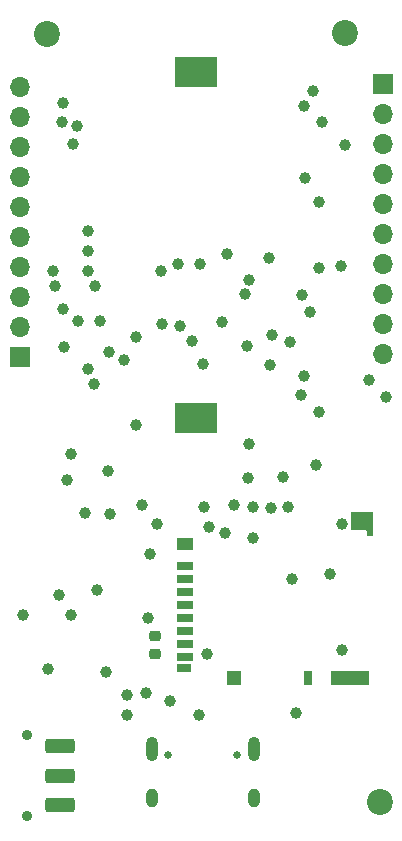
<source format=gbr>
%TF.GenerationSoftware,KiCad,Pcbnew,8.0.5-1.fc40*%
%TF.CreationDate,2024-10-05T09:08:48-05:00*%
%TF.ProjectId,PCB_ESP32,5043425f-4553-4503-9332-2e6b69636164,rev?*%
%TF.SameCoordinates,Original*%
%TF.FileFunction,Soldermask,Bot*%
%TF.FilePolarity,Negative*%
%FSLAX46Y46*%
G04 Gerber Fmt 4.6, Leading zero omitted, Abs format (unit mm)*
G04 Created by KiCad (PCBNEW 8.0.5-1.fc40) date 2024-10-05 09:08:48*
%MOMM*%
%LPD*%
G01*
G04 APERTURE LIST*
G04 Aperture macros list*
%AMRoundRect*
0 Rectangle with rounded corners*
0 $1 Rounding radius*
0 $2 $3 $4 $5 $6 $7 $8 $9 X,Y pos of 4 corners*
0 Add a 4 corners polygon primitive as box body*
4,1,4,$2,$3,$4,$5,$6,$7,$8,$9,$2,$3,0*
0 Add four circle primitives for the rounded corners*
1,1,$1+$1,$2,$3*
1,1,$1+$1,$4,$5*
1,1,$1+$1,$6,$7*
1,1,$1+$1,$8,$9*
0 Add four rect primitives between the rounded corners*
20,1,$1+$1,$2,$3,$4,$5,0*
20,1,$1+$1,$4,$5,$6,$7,0*
20,1,$1+$1,$6,$7,$8,$9,0*
20,1,$1+$1,$8,$9,$2,$3,0*%
%AMRotRect*
0 Rectangle, with rotation*
0 The origin of the aperture is its center*
0 $1 length*
0 $2 width*
0 $3 Rotation angle, in degrees counterclockwise*
0 Add horizontal line*
21,1,$1,$2,0,0,$3*%
G04 Aperture macros list end*
%ADD10C,2.200000*%
%ADD11C,0.650000*%
%ADD12O,1.000000X2.100000*%
%ADD13O,1.000000X1.600000*%
%ADD14R,1.700000X1.700000*%
%ADD15O,1.700000X1.700000*%
%ADD16RoundRect,0.225000X0.250000X-0.225000X0.250000X0.225000X-0.250000X0.225000X-0.250000X-0.225000X0*%
%ADD17C,0.900000*%
%ADD18RoundRect,0.250000X1.000000X-0.375000X1.000000X0.375000X-1.000000X0.375000X-1.000000X-0.375000X0*%
%ADD19R,1.900000X1.500000*%
%ADD20RotRect,0.200000X0.200000X225.000000*%
%ADD21R,0.500000X0.500000*%
%ADD22R,1.400000X1.000000*%
%ADD23R,3.200000X1.200000*%
%ADD24R,0.800000X1.200000*%
%ADD25R,1.200000X1.200000*%
%ADD26R,1.400000X0.700000*%
%ADD27R,1.200000X0.700000*%
%ADD28R,3.600000X2.600000*%
%ADD29C,1.000000*%
G04 APERTURE END LIST*
D10*
%TO.C,REF\u002A\u002A*%
X167790000Y-136870000D03*
%TD*%
%TO.C,REF\u002A\u002A*%
X164800000Y-71800000D03*
%TD*%
%TO.C,REF\u002A\u002A*%
X139600000Y-71900000D03*
%TD*%
D11*
%TO.C,J2*%
X149890000Y-132895000D03*
X155670000Y-132895000D03*
D12*
X148460000Y-132395000D03*
D13*
X148460000Y-136575000D03*
D12*
X157100000Y-132395000D03*
D13*
X157100000Y-136575000D03*
%TD*%
D14*
%TO.C,J3*%
X168030000Y-76105000D03*
D15*
X168030000Y-78645000D03*
X168030000Y-81185000D03*
X168030000Y-83725000D03*
X168030000Y-86265000D03*
X168030000Y-88805000D03*
X168030000Y-91345000D03*
X168030000Y-93885000D03*
X168030000Y-96425000D03*
X168030000Y-98965000D03*
%TD*%
D16*
%TO.C,C8*%
X148780000Y-124395000D03*
X148780000Y-122845000D03*
%TD*%
D17*
%TO.C,SW1*%
X137930000Y-138040000D03*
X137930000Y-131240000D03*
D18*
X140680000Y-137140000D03*
X140680000Y-134640000D03*
X140680000Y-132140000D03*
%TD*%
D19*
%TO.C,J1*%
X166280000Y-113120000D03*
D20*
X166730000Y-113870000D03*
D21*
X166980000Y-114120000D03*
D22*
X151280000Y-115020000D03*
D23*
X165280000Y-126420000D03*
D24*
X161680000Y-126420000D03*
D25*
X155480000Y-126420000D03*
D26*
X151280000Y-116920000D03*
X151280000Y-118020000D03*
X151280000Y-119120000D03*
X151280000Y-120220000D03*
X151280000Y-121320000D03*
X151280000Y-122420000D03*
X151280000Y-123520000D03*
X151280000Y-124620000D03*
D27*
X151180000Y-125570000D03*
%TD*%
D28*
%TO.C,BT1*%
X152200000Y-104400000D03*
X152200000Y-75100000D03*
%TD*%
D14*
%TO.C,J4*%
X137290000Y-99215000D03*
D15*
X137290000Y-96675000D03*
X137290000Y-94135000D03*
X137290000Y-91595000D03*
X137290000Y-89055000D03*
X137290000Y-86515000D03*
X137290000Y-83975000D03*
X137290000Y-81435000D03*
X137290000Y-78895000D03*
X137290000Y-76355000D03*
%TD*%
D29*
X156645000Y-109445000D03*
X157080000Y-111920000D03*
X152925000Y-111875000D03*
X148000000Y-127690000D03*
X147120000Y-97490000D03*
X150900000Y-96610000D03*
X160170000Y-97960000D03*
X148930000Y-113360000D03*
X144930000Y-112470000D03*
X162410000Y-108340000D03*
X143880000Y-118945000D03*
X160680000Y-129380000D03*
X142810000Y-112440000D03*
X156680000Y-92650000D03*
X149300000Y-91900000D03*
X144585000Y-125835000D03*
X154460000Y-96210000D03*
X141060000Y-98350000D03*
X158530000Y-99880000D03*
X156510000Y-98280000D03*
X144120000Y-96130000D03*
X140940000Y-77700000D03*
X142200000Y-96140000D03*
X147110000Y-104990000D03*
X153350000Y-113570000D03*
X148330000Y-115920000D03*
X160320000Y-118040000D03*
X161220000Y-93930000D03*
X161360000Y-100780000D03*
X155450000Y-111710000D03*
X157040000Y-114530000D03*
X164580000Y-113320000D03*
X162100000Y-76700000D03*
X164860000Y-81220000D03*
X168270000Y-102590000D03*
X166830000Y-101180000D03*
X137550000Y-121030000D03*
X140920000Y-95170000D03*
X143120000Y-100210000D03*
X161460000Y-84080000D03*
X156400000Y-93880000D03*
X149330000Y-96430000D03*
X151850000Y-97840000D03*
X158660000Y-97310000D03*
X141620000Y-121040000D03*
X146120000Y-99480000D03*
X144760000Y-108870000D03*
X147680000Y-111770000D03*
X148180000Y-121320000D03*
X143550000Y-101530000D03*
X141290000Y-109620000D03*
X141630000Y-107380000D03*
X164460000Y-91480000D03*
X161340000Y-77980000D03*
X154820000Y-90520000D03*
X162600000Y-91640000D03*
X158400000Y-90830000D03*
X162890000Y-79310000D03*
X143110000Y-91920000D03*
X152460000Y-129480000D03*
X140090000Y-91900000D03*
X139690000Y-125600000D03*
X152530000Y-91330000D03*
X146350000Y-129480000D03*
X146360000Y-127810000D03*
X143630000Y-93190000D03*
X150710000Y-91300000D03*
X140630000Y-119350000D03*
X150020000Y-128360000D03*
X140280000Y-93210000D03*
X161130000Y-102410000D03*
X156670000Y-106615000D03*
X158580000Y-112020000D03*
X164580000Y-124020000D03*
X163580000Y-117610000D03*
X161910000Y-95370000D03*
X159980000Y-111890000D03*
X162620000Y-103870000D03*
X159580000Y-109340000D03*
X162610000Y-86070000D03*
X153120000Y-124330000D03*
X141770000Y-81170000D03*
X143040000Y-88527002D03*
X142170000Y-79630000D03*
X143060000Y-90250000D03*
X152840000Y-99760000D03*
X154670000Y-114130000D03*
X144860000Y-98810000D03*
X140860000Y-79290000D03*
M02*

</source>
